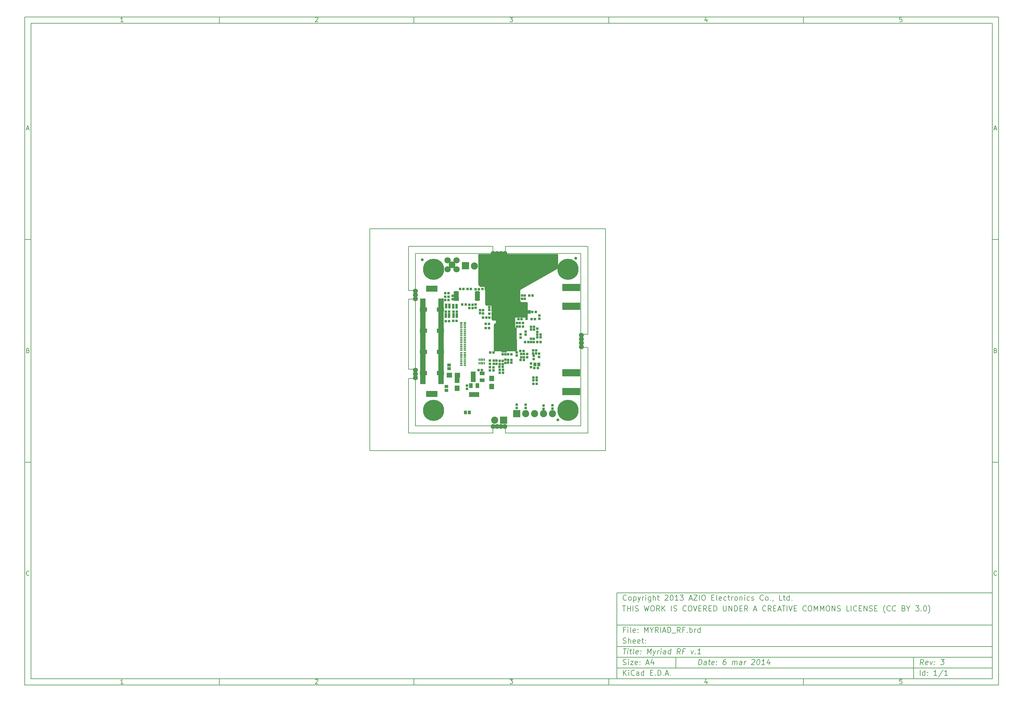
<source format=gbs>
G04 (created by PCBNEW (2013-05-31 BZR 4019)-stable) date 06/03/2014 18:54:47*
%MOIN*%
G04 Gerber Fmt 3.4, Leading zero omitted, Abs format*
%FSLAX34Y34*%
G01*
G70*
G90*
G04 APERTURE LIST*
%ADD10C,0.00590551*%
%ADD11C,0.0077*%
%ADD12C,0.0554*%
%ADD13C,0.0357*%
%ADD14R,0.055X0.0588*%
%ADD15R,0.0253X0.0273*%
%ADD16R,0.0273X0.0253*%
%ADD17R,0.0392X0.0353*%
%ADD18R,0.0353X0.0392*%
%ADD19R,0.0273X0.0273*%
%ADD20R,0.0588X0.055*%
%ADD21C,0.2365*%
%ADD22R,0.2049X0.0789*%
%ADD23C,0.071*%
%ADD24C,0.075*%
%ADD25C,0.0797*%
%ADD26C,0.0675*%
%ADD27R,0.0797X0.0797*%
%ADD28R,0.0594X0.0338*%
%ADD29O,0.0594X0.0338*%
%ADD30O,0.0594X0.0337*%
%ADD31R,0.0543X0.0425*%
%ADD32R,0.0425X0.0543*%
%ADD33R,0.0632X0.0317*%
%ADD34R,0.0789X0.0475*%
%ADD35R,0.1298X0.0707*%
%ADD36R,0.0633X0.0318*%
%ADD37O,0.0273X0.0155*%
%ADD38R,0.0273X0.0155*%
%ADD39O,0.0155X0.0273*%
%ADD40R,0.0155X0.0273*%
%ADD41C,0.0314961*%
%ADD42C,0.01*%
G04 APERTURE END LIST*
G54D10*
X4000Y-4000D02*
X112930Y-4000D01*
X112930Y-78680D01*
X4000Y-78680D01*
X4000Y-4000D01*
X4700Y-4700D02*
X112230Y-4700D01*
X112230Y-77980D01*
X4700Y-77980D01*
X4700Y-4700D01*
X25780Y-4000D02*
X25780Y-4700D01*
X15032Y-4552D02*
X14747Y-4552D01*
X14890Y-4552D02*
X14890Y-4052D01*
X14842Y-4123D01*
X14794Y-4171D01*
X14747Y-4195D01*
X25780Y-78680D02*
X25780Y-77980D01*
X15032Y-78532D02*
X14747Y-78532D01*
X14890Y-78532D02*
X14890Y-78032D01*
X14842Y-78103D01*
X14794Y-78151D01*
X14747Y-78175D01*
X47560Y-4000D02*
X47560Y-4700D01*
X36527Y-4100D02*
X36550Y-4076D01*
X36598Y-4052D01*
X36717Y-4052D01*
X36765Y-4076D01*
X36789Y-4100D01*
X36812Y-4147D01*
X36812Y-4195D01*
X36789Y-4266D01*
X36503Y-4552D01*
X36812Y-4552D01*
X47560Y-78680D02*
X47560Y-77980D01*
X36527Y-78080D02*
X36550Y-78056D01*
X36598Y-78032D01*
X36717Y-78032D01*
X36765Y-78056D01*
X36789Y-78080D01*
X36812Y-78127D01*
X36812Y-78175D01*
X36789Y-78246D01*
X36503Y-78532D01*
X36812Y-78532D01*
X69340Y-4000D02*
X69340Y-4700D01*
X58283Y-4052D02*
X58592Y-4052D01*
X58426Y-4242D01*
X58497Y-4242D01*
X58545Y-4266D01*
X58569Y-4290D01*
X58592Y-4338D01*
X58592Y-4457D01*
X58569Y-4504D01*
X58545Y-4528D01*
X58497Y-4552D01*
X58354Y-4552D01*
X58307Y-4528D01*
X58283Y-4504D01*
X69340Y-78680D02*
X69340Y-77980D01*
X58283Y-78032D02*
X58592Y-78032D01*
X58426Y-78222D01*
X58497Y-78222D01*
X58545Y-78246D01*
X58569Y-78270D01*
X58592Y-78318D01*
X58592Y-78437D01*
X58569Y-78484D01*
X58545Y-78508D01*
X58497Y-78532D01*
X58354Y-78532D01*
X58307Y-78508D01*
X58283Y-78484D01*
X91120Y-4000D02*
X91120Y-4700D01*
X80325Y-4219D02*
X80325Y-4552D01*
X80206Y-4028D02*
X80087Y-4385D01*
X80396Y-4385D01*
X91120Y-78680D02*
X91120Y-77980D01*
X80325Y-78199D02*
X80325Y-78532D01*
X80206Y-78008D02*
X80087Y-78365D01*
X80396Y-78365D01*
X102129Y-4052D02*
X101890Y-4052D01*
X101867Y-4290D01*
X101890Y-4266D01*
X101938Y-4242D01*
X102057Y-4242D01*
X102105Y-4266D01*
X102129Y-4290D01*
X102152Y-4338D01*
X102152Y-4457D01*
X102129Y-4504D01*
X102105Y-4528D01*
X102057Y-4552D01*
X101938Y-4552D01*
X101890Y-4528D01*
X101867Y-4504D01*
X102129Y-78032D02*
X101890Y-78032D01*
X101867Y-78270D01*
X101890Y-78246D01*
X101938Y-78222D01*
X102057Y-78222D01*
X102105Y-78246D01*
X102129Y-78270D01*
X102152Y-78318D01*
X102152Y-78437D01*
X102129Y-78484D01*
X102105Y-78508D01*
X102057Y-78532D01*
X101938Y-78532D01*
X101890Y-78508D01*
X101867Y-78484D01*
X4000Y-28890D02*
X4700Y-28890D01*
X4230Y-16509D02*
X4469Y-16509D01*
X4183Y-16652D02*
X4350Y-16152D01*
X4516Y-16652D01*
X112930Y-28890D02*
X112230Y-28890D01*
X112460Y-16509D02*
X112699Y-16509D01*
X112413Y-16652D02*
X112580Y-16152D01*
X112746Y-16652D01*
X4000Y-53780D02*
X4700Y-53780D01*
X4385Y-41280D02*
X4457Y-41304D01*
X4480Y-41328D01*
X4504Y-41375D01*
X4504Y-41447D01*
X4480Y-41494D01*
X4457Y-41518D01*
X4409Y-41542D01*
X4219Y-41542D01*
X4219Y-41042D01*
X4385Y-41042D01*
X4433Y-41066D01*
X4457Y-41090D01*
X4480Y-41137D01*
X4480Y-41185D01*
X4457Y-41232D01*
X4433Y-41256D01*
X4385Y-41280D01*
X4219Y-41280D01*
X112930Y-53780D02*
X112230Y-53780D01*
X112615Y-41280D02*
X112687Y-41304D01*
X112710Y-41328D01*
X112734Y-41375D01*
X112734Y-41447D01*
X112710Y-41494D01*
X112687Y-41518D01*
X112639Y-41542D01*
X112449Y-41542D01*
X112449Y-41042D01*
X112615Y-41042D01*
X112663Y-41066D01*
X112687Y-41090D01*
X112710Y-41137D01*
X112710Y-41185D01*
X112687Y-41232D01*
X112663Y-41256D01*
X112615Y-41280D01*
X112449Y-41280D01*
X4504Y-66384D02*
X4480Y-66408D01*
X4409Y-66432D01*
X4361Y-66432D01*
X4290Y-66408D01*
X4242Y-66360D01*
X4219Y-66313D01*
X4195Y-66218D01*
X4195Y-66146D01*
X4219Y-66051D01*
X4242Y-66003D01*
X4290Y-65956D01*
X4361Y-65932D01*
X4409Y-65932D01*
X4480Y-65956D01*
X4504Y-65980D01*
X112734Y-66384D02*
X112710Y-66408D01*
X112639Y-66432D01*
X112591Y-66432D01*
X112520Y-66408D01*
X112472Y-66360D01*
X112449Y-66313D01*
X112425Y-66218D01*
X112425Y-66146D01*
X112449Y-66051D01*
X112472Y-66003D01*
X112520Y-65956D01*
X112591Y-65932D01*
X112639Y-65932D01*
X112710Y-65956D01*
X112734Y-65980D01*
X79380Y-76422D02*
X79455Y-75822D01*
X79597Y-75822D01*
X79680Y-75851D01*
X79730Y-75908D01*
X79751Y-75965D01*
X79765Y-76080D01*
X79755Y-76165D01*
X79712Y-76280D01*
X79676Y-76337D01*
X79612Y-76394D01*
X79522Y-76422D01*
X79380Y-76422D01*
X80237Y-76422D02*
X80276Y-76108D01*
X80255Y-76051D01*
X80201Y-76022D01*
X80087Y-76022D01*
X80026Y-76051D01*
X80240Y-76394D02*
X80180Y-76422D01*
X80037Y-76422D01*
X79983Y-76394D01*
X79962Y-76337D01*
X79969Y-76280D01*
X80005Y-76222D01*
X80065Y-76194D01*
X80208Y-76194D01*
X80269Y-76165D01*
X80487Y-76022D02*
X80715Y-76022D01*
X80597Y-75822D02*
X80533Y-76337D01*
X80555Y-76394D01*
X80608Y-76422D01*
X80665Y-76422D01*
X81097Y-76394D02*
X81037Y-76422D01*
X80922Y-76422D01*
X80869Y-76394D01*
X80847Y-76337D01*
X80876Y-76108D01*
X80912Y-76051D01*
X80972Y-76022D01*
X81087Y-76022D01*
X81140Y-76051D01*
X81162Y-76108D01*
X81155Y-76165D01*
X80862Y-76222D01*
X81387Y-76365D02*
X81412Y-76394D01*
X81380Y-76422D01*
X81355Y-76394D01*
X81387Y-76365D01*
X81380Y-76422D01*
X81426Y-76051D02*
X81451Y-76080D01*
X81419Y-76108D01*
X81394Y-76080D01*
X81426Y-76051D01*
X81419Y-76108D01*
X82455Y-75822D02*
X82340Y-75822D01*
X82279Y-75851D01*
X82247Y-75880D01*
X82180Y-75965D01*
X82137Y-76080D01*
X82108Y-76308D01*
X82130Y-76365D01*
X82155Y-76394D01*
X82208Y-76422D01*
X82322Y-76422D01*
X82383Y-76394D01*
X82415Y-76365D01*
X82451Y-76308D01*
X82469Y-76165D01*
X82447Y-76108D01*
X82422Y-76080D01*
X82369Y-76051D01*
X82254Y-76051D01*
X82194Y-76080D01*
X82162Y-76108D01*
X82126Y-76165D01*
X83151Y-76422D02*
X83201Y-76022D01*
X83194Y-76080D02*
X83226Y-76051D01*
X83287Y-76022D01*
X83372Y-76022D01*
X83426Y-76051D01*
X83447Y-76108D01*
X83408Y-76422D01*
X83447Y-76108D02*
X83483Y-76051D01*
X83544Y-76022D01*
X83630Y-76022D01*
X83683Y-76051D01*
X83705Y-76108D01*
X83665Y-76422D01*
X84208Y-76422D02*
X84247Y-76108D01*
X84226Y-76051D01*
X84172Y-76022D01*
X84058Y-76022D01*
X83997Y-76051D01*
X84212Y-76394D02*
X84151Y-76422D01*
X84008Y-76422D01*
X83955Y-76394D01*
X83933Y-76337D01*
X83940Y-76280D01*
X83976Y-76222D01*
X84037Y-76194D01*
X84180Y-76194D01*
X84240Y-76165D01*
X84494Y-76422D02*
X84544Y-76022D01*
X84530Y-76137D02*
X84565Y-76080D01*
X84597Y-76051D01*
X84658Y-76022D01*
X84715Y-76022D01*
X85362Y-75880D02*
X85394Y-75851D01*
X85455Y-75822D01*
X85597Y-75822D01*
X85651Y-75851D01*
X85676Y-75880D01*
X85697Y-75937D01*
X85690Y-75994D01*
X85651Y-76080D01*
X85265Y-76422D01*
X85637Y-76422D01*
X86083Y-75822D02*
X86140Y-75822D01*
X86194Y-75851D01*
X86219Y-75880D01*
X86240Y-75937D01*
X86255Y-76051D01*
X86237Y-76194D01*
X86194Y-76308D01*
X86158Y-76365D01*
X86126Y-76394D01*
X86065Y-76422D01*
X86008Y-76422D01*
X85955Y-76394D01*
X85930Y-76365D01*
X85908Y-76308D01*
X85894Y-76194D01*
X85912Y-76051D01*
X85955Y-75937D01*
X85990Y-75880D01*
X86022Y-75851D01*
X86083Y-75822D01*
X86780Y-76422D02*
X86437Y-76422D01*
X86608Y-76422D02*
X86683Y-75822D01*
X86615Y-75908D01*
X86551Y-75965D01*
X86490Y-75994D01*
X87344Y-76022D02*
X87294Y-76422D01*
X87230Y-75794D02*
X87033Y-76222D01*
X87405Y-76222D01*
X70972Y-77622D02*
X70972Y-77022D01*
X71315Y-77622D02*
X71058Y-77280D01*
X71315Y-77022D02*
X70972Y-77365D01*
X71572Y-77622D02*
X71572Y-77222D01*
X71572Y-77022D02*
X71544Y-77051D01*
X71572Y-77080D01*
X71601Y-77051D01*
X71572Y-77022D01*
X71572Y-77080D01*
X72201Y-77565D02*
X72172Y-77594D01*
X72087Y-77622D01*
X72030Y-77622D01*
X71944Y-77594D01*
X71887Y-77537D01*
X71858Y-77480D01*
X71830Y-77365D01*
X71830Y-77280D01*
X71858Y-77165D01*
X71887Y-77108D01*
X71944Y-77051D01*
X72030Y-77022D01*
X72087Y-77022D01*
X72172Y-77051D01*
X72201Y-77080D01*
X72715Y-77622D02*
X72715Y-77308D01*
X72687Y-77251D01*
X72630Y-77222D01*
X72515Y-77222D01*
X72458Y-77251D01*
X72715Y-77594D02*
X72658Y-77622D01*
X72515Y-77622D01*
X72458Y-77594D01*
X72430Y-77537D01*
X72430Y-77480D01*
X72458Y-77422D01*
X72515Y-77394D01*
X72658Y-77394D01*
X72715Y-77365D01*
X73258Y-77622D02*
X73258Y-77022D01*
X73258Y-77594D02*
X73201Y-77622D01*
X73087Y-77622D01*
X73030Y-77594D01*
X73001Y-77565D01*
X72972Y-77508D01*
X72972Y-77337D01*
X73001Y-77280D01*
X73030Y-77251D01*
X73087Y-77222D01*
X73201Y-77222D01*
X73258Y-77251D01*
X74001Y-77308D02*
X74201Y-77308D01*
X74287Y-77622D02*
X74001Y-77622D01*
X74001Y-77022D01*
X74287Y-77022D01*
X74544Y-77565D02*
X74572Y-77594D01*
X74544Y-77622D01*
X74515Y-77594D01*
X74544Y-77565D01*
X74544Y-77622D01*
X74829Y-77622D02*
X74829Y-77022D01*
X74972Y-77022D01*
X75058Y-77051D01*
X75115Y-77108D01*
X75144Y-77165D01*
X75172Y-77280D01*
X75172Y-77365D01*
X75144Y-77480D01*
X75115Y-77537D01*
X75058Y-77594D01*
X74972Y-77622D01*
X74829Y-77622D01*
X75429Y-77565D02*
X75458Y-77594D01*
X75429Y-77622D01*
X75401Y-77594D01*
X75429Y-77565D01*
X75429Y-77622D01*
X75687Y-77451D02*
X75972Y-77451D01*
X75629Y-77622D02*
X75829Y-77022D01*
X76029Y-77622D01*
X76229Y-77565D02*
X76258Y-77594D01*
X76229Y-77622D01*
X76201Y-77594D01*
X76229Y-77565D01*
X76229Y-77622D01*
X104522Y-76422D02*
X104358Y-76137D01*
X104180Y-76422D02*
X104255Y-75822D01*
X104483Y-75822D01*
X104537Y-75851D01*
X104562Y-75880D01*
X104583Y-75937D01*
X104572Y-76022D01*
X104537Y-76080D01*
X104505Y-76108D01*
X104444Y-76137D01*
X104215Y-76137D01*
X105012Y-76394D02*
X104951Y-76422D01*
X104837Y-76422D01*
X104783Y-76394D01*
X104762Y-76337D01*
X104790Y-76108D01*
X104826Y-76051D01*
X104887Y-76022D01*
X105001Y-76022D01*
X105055Y-76051D01*
X105076Y-76108D01*
X105069Y-76165D01*
X104776Y-76222D01*
X105287Y-76022D02*
X105380Y-76422D01*
X105572Y-76022D01*
X105758Y-76365D02*
X105783Y-76394D01*
X105751Y-76422D01*
X105726Y-76394D01*
X105758Y-76365D01*
X105751Y-76422D01*
X105797Y-76051D02*
X105822Y-76080D01*
X105790Y-76108D01*
X105765Y-76080D01*
X105797Y-76051D01*
X105790Y-76108D01*
X106512Y-75822D02*
X106883Y-75822D01*
X106655Y-76051D01*
X106740Y-76051D01*
X106794Y-76080D01*
X106819Y-76108D01*
X106840Y-76165D01*
X106822Y-76308D01*
X106787Y-76365D01*
X106755Y-76394D01*
X106694Y-76422D01*
X106522Y-76422D01*
X106469Y-76394D01*
X106444Y-76365D01*
X70944Y-76394D02*
X71030Y-76422D01*
X71172Y-76422D01*
X71230Y-76394D01*
X71258Y-76365D01*
X71287Y-76308D01*
X71287Y-76251D01*
X71258Y-76194D01*
X71230Y-76165D01*
X71172Y-76137D01*
X71058Y-76108D01*
X71001Y-76080D01*
X70972Y-76051D01*
X70944Y-75994D01*
X70944Y-75937D01*
X70972Y-75880D01*
X71001Y-75851D01*
X71058Y-75822D01*
X71201Y-75822D01*
X71287Y-75851D01*
X71544Y-76422D02*
X71544Y-76022D01*
X71544Y-75822D02*
X71515Y-75851D01*
X71544Y-75880D01*
X71572Y-75851D01*
X71544Y-75822D01*
X71544Y-75880D01*
X71772Y-76022D02*
X72087Y-76022D01*
X71772Y-76422D01*
X72087Y-76422D01*
X72544Y-76394D02*
X72487Y-76422D01*
X72372Y-76422D01*
X72315Y-76394D01*
X72287Y-76337D01*
X72287Y-76108D01*
X72315Y-76051D01*
X72372Y-76022D01*
X72487Y-76022D01*
X72544Y-76051D01*
X72572Y-76108D01*
X72572Y-76165D01*
X72287Y-76222D01*
X72830Y-76365D02*
X72858Y-76394D01*
X72830Y-76422D01*
X72801Y-76394D01*
X72830Y-76365D01*
X72830Y-76422D01*
X72830Y-76051D02*
X72858Y-76080D01*
X72830Y-76108D01*
X72801Y-76080D01*
X72830Y-76051D01*
X72830Y-76108D01*
X73544Y-76251D02*
X73830Y-76251D01*
X73487Y-76422D02*
X73687Y-75822D01*
X73887Y-76422D01*
X74344Y-76022D02*
X74344Y-76422D01*
X74201Y-75794D02*
X74058Y-76222D01*
X74430Y-76222D01*
X104172Y-77622D02*
X104172Y-77022D01*
X104715Y-77622D02*
X104715Y-77022D01*
X104715Y-77594D02*
X104658Y-77622D01*
X104544Y-77622D01*
X104487Y-77594D01*
X104458Y-77565D01*
X104430Y-77508D01*
X104430Y-77337D01*
X104458Y-77280D01*
X104487Y-77251D01*
X104544Y-77222D01*
X104658Y-77222D01*
X104715Y-77251D01*
X105001Y-77565D02*
X105030Y-77594D01*
X105001Y-77622D01*
X104972Y-77594D01*
X105001Y-77565D01*
X105001Y-77622D01*
X105001Y-77251D02*
X105030Y-77280D01*
X105001Y-77308D01*
X104972Y-77280D01*
X105001Y-77251D01*
X105001Y-77308D01*
X106058Y-77622D02*
X105715Y-77622D01*
X105887Y-77622D02*
X105887Y-77022D01*
X105829Y-77108D01*
X105772Y-77165D01*
X105715Y-77194D01*
X106744Y-76994D02*
X106230Y-77765D01*
X107258Y-77622D02*
X106915Y-77622D01*
X107087Y-77622D02*
X107087Y-77022D01*
X107029Y-77108D01*
X106972Y-77165D01*
X106915Y-77194D01*
X70969Y-74622D02*
X71312Y-74622D01*
X71065Y-75222D02*
X71140Y-74622D01*
X71437Y-75222D02*
X71487Y-74822D01*
X71512Y-74622D02*
X71480Y-74651D01*
X71505Y-74680D01*
X71537Y-74651D01*
X71512Y-74622D01*
X71505Y-74680D01*
X71687Y-74822D02*
X71915Y-74822D01*
X71797Y-74622D02*
X71733Y-75137D01*
X71755Y-75194D01*
X71808Y-75222D01*
X71865Y-75222D01*
X72151Y-75222D02*
X72097Y-75194D01*
X72076Y-75137D01*
X72140Y-74622D01*
X72612Y-75194D02*
X72551Y-75222D01*
X72437Y-75222D01*
X72383Y-75194D01*
X72362Y-75137D01*
X72390Y-74908D01*
X72426Y-74851D01*
X72487Y-74822D01*
X72601Y-74822D01*
X72655Y-74851D01*
X72676Y-74908D01*
X72669Y-74965D01*
X72376Y-75022D01*
X72901Y-75165D02*
X72926Y-75194D01*
X72894Y-75222D01*
X72869Y-75194D01*
X72901Y-75165D01*
X72894Y-75222D01*
X72940Y-74851D02*
X72965Y-74880D01*
X72933Y-74908D01*
X72908Y-74880D01*
X72940Y-74851D01*
X72933Y-74908D01*
X73637Y-75222D02*
X73712Y-74622D01*
X73858Y-75051D01*
X74112Y-74622D01*
X74037Y-75222D01*
X74315Y-74822D02*
X74408Y-75222D01*
X74601Y-74822D02*
X74408Y-75222D01*
X74333Y-75365D01*
X74301Y-75394D01*
X74240Y-75422D01*
X74780Y-75222D02*
X74830Y-74822D01*
X74815Y-74937D02*
X74851Y-74880D01*
X74883Y-74851D01*
X74944Y-74822D01*
X75001Y-74822D01*
X75151Y-75222D02*
X75201Y-74822D01*
X75226Y-74622D02*
X75194Y-74651D01*
X75219Y-74680D01*
X75251Y-74651D01*
X75226Y-74622D01*
X75219Y-74680D01*
X75694Y-75222D02*
X75733Y-74908D01*
X75712Y-74851D01*
X75658Y-74822D01*
X75544Y-74822D01*
X75483Y-74851D01*
X75697Y-75194D02*
X75637Y-75222D01*
X75494Y-75222D01*
X75440Y-75194D01*
X75419Y-75137D01*
X75426Y-75080D01*
X75462Y-75022D01*
X75522Y-74994D01*
X75665Y-74994D01*
X75726Y-74965D01*
X76237Y-75222D02*
X76312Y-74622D01*
X76240Y-75194D02*
X76180Y-75222D01*
X76065Y-75222D01*
X76012Y-75194D01*
X75987Y-75165D01*
X75965Y-75108D01*
X75987Y-74937D01*
X76022Y-74880D01*
X76055Y-74851D01*
X76115Y-74822D01*
X76230Y-74822D01*
X76283Y-74851D01*
X77322Y-75222D02*
X77158Y-74937D01*
X76980Y-75222D02*
X77055Y-74622D01*
X77283Y-74622D01*
X77337Y-74651D01*
X77362Y-74680D01*
X77383Y-74737D01*
X77372Y-74822D01*
X77337Y-74880D01*
X77305Y-74908D01*
X77244Y-74937D01*
X77015Y-74937D01*
X77819Y-74908D02*
X77619Y-74908D01*
X77580Y-75222D02*
X77655Y-74622D01*
X77940Y-74622D01*
X78544Y-74822D02*
X78637Y-75222D01*
X78830Y-74822D01*
X79015Y-75165D02*
X79040Y-75194D01*
X79008Y-75222D01*
X78983Y-75194D01*
X79015Y-75165D01*
X79008Y-75222D01*
X79608Y-75222D02*
X79265Y-75222D01*
X79437Y-75222D02*
X79512Y-74622D01*
X79444Y-74708D01*
X79380Y-74765D01*
X79319Y-74794D01*
X71172Y-72508D02*
X70972Y-72508D01*
X70972Y-72822D02*
X70972Y-72222D01*
X71258Y-72222D01*
X71487Y-72822D02*
X71487Y-72422D01*
X71487Y-72222D02*
X71458Y-72251D01*
X71487Y-72280D01*
X71515Y-72251D01*
X71487Y-72222D01*
X71487Y-72280D01*
X71858Y-72822D02*
X71801Y-72794D01*
X71772Y-72737D01*
X71772Y-72222D01*
X72315Y-72794D02*
X72258Y-72822D01*
X72144Y-72822D01*
X72087Y-72794D01*
X72058Y-72737D01*
X72058Y-72508D01*
X72087Y-72451D01*
X72144Y-72422D01*
X72258Y-72422D01*
X72315Y-72451D01*
X72344Y-72508D01*
X72344Y-72565D01*
X72058Y-72622D01*
X72601Y-72765D02*
X72630Y-72794D01*
X72601Y-72822D01*
X72572Y-72794D01*
X72601Y-72765D01*
X72601Y-72822D01*
X72601Y-72451D02*
X72630Y-72480D01*
X72601Y-72508D01*
X72572Y-72480D01*
X72601Y-72451D01*
X72601Y-72508D01*
X73344Y-72822D02*
X73344Y-72222D01*
X73544Y-72651D01*
X73744Y-72222D01*
X73744Y-72822D01*
X74144Y-72537D02*
X74144Y-72822D01*
X73944Y-72222D02*
X74144Y-72537D01*
X74344Y-72222D01*
X74887Y-72822D02*
X74687Y-72537D01*
X74544Y-72822D02*
X74544Y-72222D01*
X74772Y-72222D01*
X74830Y-72251D01*
X74858Y-72280D01*
X74887Y-72337D01*
X74887Y-72422D01*
X74858Y-72480D01*
X74830Y-72508D01*
X74772Y-72537D01*
X74544Y-72537D01*
X75144Y-72822D02*
X75144Y-72222D01*
X75401Y-72651D02*
X75687Y-72651D01*
X75344Y-72822D02*
X75544Y-72222D01*
X75744Y-72822D01*
X75944Y-72822D02*
X75944Y-72222D01*
X76087Y-72222D01*
X76172Y-72251D01*
X76230Y-72308D01*
X76258Y-72365D01*
X76287Y-72480D01*
X76287Y-72565D01*
X76258Y-72680D01*
X76230Y-72737D01*
X76172Y-72794D01*
X76087Y-72822D01*
X75944Y-72822D01*
X76401Y-72880D02*
X76858Y-72880D01*
X77344Y-72822D02*
X77144Y-72537D01*
X77001Y-72822D02*
X77001Y-72222D01*
X77230Y-72222D01*
X77287Y-72251D01*
X77315Y-72280D01*
X77344Y-72337D01*
X77344Y-72422D01*
X77315Y-72480D01*
X77287Y-72508D01*
X77230Y-72537D01*
X77001Y-72537D01*
X77801Y-72508D02*
X77601Y-72508D01*
X77601Y-72822D02*
X77601Y-72222D01*
X77887Y-72222D01*
X78115Y-72765D02*
X78144Y-72794D01*
X78115Y-72822D01*
X78087Y-72794D01*
X78115Y-72765D01*
X78115Y-72822D01*
X78401Y-72822D02*
X78401Y-72222D01*
X78401Y-72451D02*
X78458Y-72422D01*
X78572Y-72422D01*
X78630Y-72451D01*
X78658Y-72480D01*
X78687Y-72537D01*
X78687Y-72708D01*
X78658Y-72765D01*
X78630Y-72794D01*
X78572Y-72822D01*
X78458Y-72822D01*
X78401Y-72794D01*
X78944Y-72822D02*
X78944Y-72422D01*
X78944Y-72537D02*
X78972Y-72480D01*
X79001Y-72451D01*
X79058Y-72422D01*
X79115Y-72422D01*
X79572Y-72822D02*
X79572Y-72222D01*
X79572Y-72794D02*
X79515Y-72822D01*
X79401Y-72822D01*
X79344Y-72794D01*
X79315Y-72765D01*
X79287Y-72708D01*
X79287Y-72537D01*
X79315Y-72480D01*
X79344Y-72451D01*
X79401Y-72422D01*
X79515Y-72422D01*
X79572Y-72451D01*
X70944Y-73994D02*
X71030Y-74022D01*
X71172Y-74022D01*
X71230Y-73994D01*
X71258Y-73965D01*
X71287Y-73908D01*
X71287Y-73851D01*
X71258Y-73794D01*
X71230Y-73765D01*
X71172Y-73737D01*
X71058Y-73708D01*
X71001Y-73680D01*
X70972Y-73651D01*
X70944Y-73594D01*
X70944Y-73537D01*
X70972Y-73480D01*
X71001Y-73451D01*
X71058Y-73422D01*
X71201Y-73422D01*
X71287Y-73451D01*
X71544Y-74022D02*
X71544Y-73422D01*
X71801Y-74022D02*
X71801Y-73708D01*
X71772Y-73651D01*
X71715Y-73622D01*
X71630Y-73622D01*
X71572Y-73651D01*
X71544Y-73680D01*
X72315Y-73994D02*
X72258Y-74022D01*
X72144Y-74022D01*
X72087Y-73994D01*
X72058Y-73937D01*
X72058Y-73708D01*
X72087Y-73651D01*
X72144Y-73622D01*
X72258Y-73622D01*
X72315Y-73651D01*
X72344Y-73708D01*
X72344Y-73765D01*
X72058Y-73822D01*
X72830Y-73994D02*
X72772Y-74022D01*
X72658Y-74022D01*
X72601Y-73994D01*
X72572Y-73937D01*
X72572Y-73708D01*
X72601Y-73651D01*
X72658Y-73622D01*
X72772Y-73622D01*
X72830Y-73651D01*
X72858Y-73708D01*
X72858Y-73765D01*
X72572Y-73822D01*
X73030Y-73622D02*
X73258Y-73622D01*
X73115Y-73422D02*
X73115Y-73937D01*
X73144Y-73994D01*
X73201Y-74022D01*
X73258Y-74022D01*
X73458Y-73965D02*
X73487Y-73994D01*
X73458Y-74022D01*
X73430Y-73994D01*
X73458Y-73965D01*
X73458Y-74022D01*
X73458Y-73651D02*
X73487Y-73680D01*
X73458Y-73708D01*
X73430Y-73680D01*
X73458Y-73651D01*
X73458Y-73708D01*
X70887Y-69822D02*
X71230Y-69822D01*
X71058Y-70422D02*
X71058Y-69822D01*
X71430Y-70422D02*
X71430Y-69822D01*
X71430Y-70108D02*
X71772Y-70108D01*
X71772Y-70422D02*
X71772Y-69822D01*
X72058Y-70422D02*
X72058Y-69822D01*
X72315Y-70394D02*
X72401Y-70422D01*
X72544Y-70422D01*
X72601Y-70394D01*
X72629Y-70365D01*
X72658Y-70308D01*
X72658Y-70251D01*
X72629Y-70194D01*
X72601Y-70165D01*
X72544Y-70137D01*
X72429Y-70108D01*
X72372Y-70080D01*
X72344Y-70051D01*
X72315Y-69994D01*
X72315Y-69937D01*
X72344Y-69880D01*
X72372Y-69851D01*
X72429Y-69822D01*
X72572Y-69822D01*
X72658Y-69851D01*
X73315Y-69822D02*
X73458Y-70422D01*
X73572Y-69994D01*
X73687Y-70422D01*
X73830Y-69822D01*
X74172Y-69822D02*
X74287Y-69822D01*
X74344Y-69851D01*
X74401Y-69908D01*
X74430Y-70022D01*
X74430Y-70222D01*
X74401Y-70337D01*
X74344Y-70394D01*
X74287Y-70422D01*
X74172Y-70422D01*
X74115Y-70394D01*
X74058Y-70337D01*
X74030Y-70222D01*
X74030Y-70022D01*
X74058Y-69908D01*
X74115Y-69851D01*
X74172Y-69822D01*
X75029Y-70422D02*
X74829Y-70137D01*
X74687Y-70422D02*
X74687Y-69822D01*
X74915Y-69822D01*
X74972Y-69851D01*
X75001Y-69880D01*
X75029Y-69937D01*
X75029Y-70022D01*
X75001Y-70080D01*
X74972Y-70108D01*
X74915Y-70137D01*
X74687Y-70137D01*
X75287Y-70422D02*
X75287Y-69822D01*
X75629Y-70422D02*
X75372Y-70080D01*
X75629Y-69822D02*
X75287Y-70165D01*
X76344Y-70422D02*
X76344Y-69822D01*
X76601Y-70394D02*
X76687Y-70422D01*
X76829Y-70422D01*
X76887Y-70394D01*
X76915Y-70365D01*
X76944Y-70308D01*
X76944Y-70251D01*
X76915Y-70194D01*
X76887Y-70165D01*
X76829Y-70137D01*
X76715Y-70108D01*
X76658Y-70080D01*
X76629Y-70051D01*
X76601Y-69994D01*
X76601Y-69937D01*
X76629Y-69880D01*
X76658Y-69851D01*
X76715Y-69822D01*
X76858Y-69822D01*
X76944Y-69851D01*
X78001Y-70365D02*
X77972Y-70394D01*
X77887Y-70422D01*
X77830Y-70422D01*
X77744Y-70394D01*
X77687Y-70337D01*
X77658Y-70280D01*
X77630Y-70165D01*
X77630Y-70080D01*
X77658Y-69965D01*
X77687Y-69908D01*
X77744Y-69851D01*
X77830Y-69822D01*
X77887Y-69822D01*
X77972Y-69851D01*
X78001Y-69880D01*
X78372Y-69822D02*
X78487Y-69822D01*
X78544Y-69851D01*
X78601Y-69908D01*
X78630Y-70022D01*
X78630Y-70222D01*
X78601Y-70337D01*
X78544Y-70394D01*
X78487Y-70422D01*
X78372Y-70422D01*
X78315Y-70394D01*
X78258Y-70337D01*
X78230Y-70222D01*
X78230Y-70022D01*
X78258Y-69908D01*
X78315Y-69851D01*
X78372Y-69822D01*
X78801Y-69822D02*
X79001Y-70422D01*
X79201Y-69822D01*
X79401Y-70108D02*
X79601Y-70108D01*
X79687Y-70422D02*
X79401Y-70422D01*
X79401Y-69822D01*
X79687Y-69822D01*
X80287Y-70422D02*
X80087Y-70137D01*
X79944Y-70422D02*
X79944Y-69822D01*
X80172Y-69822D01*
X80229Y-69851D01*
X80258Y-69880D01*
X80287Y-69937D01*
X80287Y-70022D01*
X80258Y-70080D01*
X80229Y-70108D01*
X80172Y-70137D01*
X79944Y-70137D01*
X80544Y-70108D02*
X80744Y-70108D01*
X80829Y-70422D02*
X80544Y-70422D01*
X80544Y-69822D01*
X80829Y-69822D01*
X81087Y-70422D02*
X81087Y-69822D01*
X81229Y-69822D01*
X81315Y-69851D01*
X81372Y-69908D01*
X81401Y-69965D01*
X81429Y-70080D01*
X81429Y-70165D01*
X81401Y-70280D01*
X81372Y-70337D01*
X81315Y-70394D01*
X81229Y-70422D01*
X81087Y-70422D01*
X82144Y-69822D02*
X82144Y-70308D01*
X82172Y-70365D01*
X82201Y-70394D01*
X82258Y-70422D01*
X82372Y-70422D01*
X82429Y-70394D01*
X82458Y-70365D01*
X82487Y-70308D01*
X82487Y-69822D01*
X82772Y-70422D02*
X82772Y-69822D01*
X83115Y-70422D01*
X83115Y-69822D01*
X83401Y-70422D02*
X83401Y-69822D01*
X83544Y-69822D01*
X83629Y-69851D01*
X83687Y-69908D01*
X83715Y-69965D01*
X83744Y-70080D01*
X83744Y-70165D01*
X83715Y-70280D01*
X83687Y-70337D01*
X83629Y-70394D01*
X83544Y-70422D01*
X83401Y-70422D01*
X84001Y-70108D02*
X84201Y-70108D01*
X84287Y-70422D02*
X84001Y-70422D01*
X84001Y-69822D01*
X84287Y-69822D01*
X84887Y-70422D02*
X84687Y-70137D01*
X84544Y-70422D02*
X84544Y-69822D01*
X84772Y-69822D01*
X84829Y-69851D01*
X84858Y-69880D01*
X84887Y-69937D01*
X84887Y-70022D01*
X84858Y-70080D01*
X84829Y-70108D01*
X84772Y-70137D01*
X84544Y-70137D01*
X85572Y-70251D02*
X85858Y-70251D01*
X85515Y-70422D02*
X85715Y-69822D01*
X85915Y-70422D01*
X86915Y-70365D02*
X86887Y-70394D01*
X86801Y-70422D01*
X86744Y-70422D01*
X86658Y-70394D01*
X86601Y-70337D01*
X86572Y-70280D01*
X86544Y-70165D01*
X86544Y-70080D01*
X86572Y-69965D01*
X86601Y-69908D01*
X86658Y-69851D01*
X86744Y-69822D01*
X86801Y-69822D01*
X86887Y-69851D01*
X86915Y-69880D01*
X87515Y-70422D02*
X87315Y-70137D01*
X87172Y-70422D02*
X87172Y-69822D01*
X87401Y-69822D01*
X87458Y-69851D01*
X87487Y-69880D01*
X87515Y-69937D01*
X87515Y-70022D01*
X87487Y-70080D01*
X87458Y-70108D01*
X87401Y-70137D01*
X87172Y-70137D01*
X87772Y-70108D02*
X87972Y-70108D01*
X88058Y-70422D02*
X87772Y-70422D01*
X87772Y-69822D01*
X88058Y-69822D01*
X88287Y-70251D02*
X88572Y-70251D01*
X88229Y-70422D02*
X88429Y-69822D01*
X88629Y-70422D01*
X88744Y-69822D02*
X89087Y-69822D01*
X88915Y-70422D02*
X88915Y-69822D01*
X89287Y-70422D02*
X89287Y-69822D01*
X89487Y-69822D02*
X89687Y-70422D01*
X89887Y-69822D01*
X90087Y-70108D02*
X90287Y-70108D01*
X90372Y-70422D02*
X90087Y-70422D01*
X90087Y-69822D01*
X90372Y-69822D01*
X91429Y-70365D02*
X91401Y-70394D01*
X91315Y-70422D01*
X91258Y-70422D01*
X91172Y-70394D01*
X91115Y-70337D01*
X91087Y-70280D01*
X91058Y-70165D01*
X91058Y-70080D01*
X91087Y-69965D01*
X91115Y-69908D01*
X91172Y-69851D01*
X91258Y-69822D01*
X91315Y-69822D01*
X91401Y-69851D01*
X91429Y-69880D01*
X91801Y-69822D02*
X91915Y-69822D01*
X91972Y-69851D01*
X92029Y-69908D01*
X92058Y-70022D01*
X92058Y-70222D01*
X92029Y-70337D01*
X91972Y-70394D01*
X91915Y-70422D01*
X91801Y-70422D01*
X91744Y-70394D01*
X91687Y-70337D01*
X91658Y-70222D01*
X91658Y-70022D01*
X91687Y-69908D01*
X91744Y-69851D01*
X91801Y-69822D01*
X92315Y-70422D02*
X92315Y-69822D01*
X92515Y-70251D01*
X92715Y-69822D01*
X92715Y-70422D01*
X93001Y-70422D02*
X93001Y-69822D01*
X93201Y-70251D01*
X93401Y-69822D01*
X93401Y-70422D01*
X93801Y-69822D02*
X93915Y-69822D01*
X93972Y-69851D01*
X94029Y-69908D01*
X94058Y-70022D01*
X94058Y-70222D01*
X94029Y-70337D01*
X93972Y-70394D01*
X93915Y-70422D01*
X93801Y-70422D01*
X93744Y-70394D01*
X93687Y-70337D01*
X93658Y-70222D01*
X93658Y-70022D01*
X93687Y-69908D01*
X93744Y-69851D01*
X93801Y-69822D01*
X94315Y-70422D02*
X94315Y-69822D01*
X94658Y-70422D01*
X94658Y-69822D01*
X94915Y-70394D02*
X95001Y-70422D01*
X95144Y-70422D01*
X95201Y-70394D01*
X95229Y-70365D01*
X95258Y-70308D01*
X95258Y-70251D01*
X95229Y-70194D01*
X95201Y-70165D01*
X95144Y-70137D01*
X95029Y-70108D01*
X94972Y-70080D01*
X94944Y-70051D01*
X94915Y-69994D01*
X94915Y-69937D01*
X94944Y-69880D01*
X94972Y-69851D01*
X95029Y-69822D01*
X95172Y-69822D01*
X95258Y-69851D01*
X96258Y-70422D02*
X95972Y-70422D01*
X95972Y-69822D01*
X96458Y-70422D02*
X96458Y-69822D01*
X97087Y-70365D02*
X97058Y-70394D01*
X96972Y-70422D01*
X96915Y-70422D01*
X96829Y-70394D01*
X96772Y-70337D01*
X96744Y-70280D01*
X96715Y-70165D01*
X96715Y-70080D01*
X96744Y-69965D01*
X96772Y-69908D01*
X96829Y-69851D01*
X96915Y-69822D01*
X96972Y-69822D01*
X97058Y-69851D01*
X97087Y-69880D01*
X97344Y-70108D02*
X97544Y-70108D01*
X97629Y-70422D02*
X97344Y-70422D01*
X97344Y-69822D01*
X97629Y-69822D01*
X97887Y-70422D02*
X97887Y-69822D01*
X98229Y-70422D01*
X98229Y-69822D01*
X98487Y-70394D02*
X98572Y-70422D01*
X98715Y-70422D01*
X98772Y-70394D01*
X98801Y-70365D01*
X98829Y-70308D01*
X98829Y-70251D01*
X98801Y-70194D01*
X98772Y-70165D01*
X98715Y-70137D01*
X98601Y-70108D01*
X98544Y-70080D01*
X98515Y-70051D01*
X98487Y-69994D01*
X98487Y-69937D01*
X98515Y-69880D01*
X98544Y-69851D01*
X98601Y-69822D01*
X98744Y-69822D01*
X98829Y-69851D01*
X99087Y-70108D02*
X99287Y-70108D01*
X99372Y-70422D02*
X99087Y-70422D01*
X99087Y-69822D01*
X99372Y-69822D01*
X100258Y-70651D02*
X100229Y-70622D01*
X100172Y-70537D01*
X100144Y-70480D01*
X100115Y-70394D01*
X100087Y-70251D01*
X100087Y-70137D01*
X100115Y-69994D01*
X100144Y-69908D01*
X100172Y-69851D01*
X100229Y-69765D01*
X100258Y-69737D01*
X100829Y-70365D02*
X100801Y-70394D01*
X100715Y-70422D01*
X100658Y-70422D01*
X100572Y-70394D01*
X100515Y-70337D01*
X100487Y-70280D01*
X100458Y-70165D01*
X100458Y-70080D01*
X100487Y-69965D01*
X100515Y-69908D01*
X100572Y-69851D01*
X100658Y-69822D01*
X100715Y-69822D01*
X100801Y-69851D01*
X100829Y-69880D01*
X101429Y-70365D02*
X101401Y-70394D01*
X101315Y-70422D01*
X101258Y-70422D01*
X101172Y-70394D01*
X101115Y-70337D01*
X101087Y-70280D01*
X101058Y-70165D01*
X101058Y-70080D01*
X101087Y-69965D01*
X101115Y-69908D01*
X101172Y-69851D01*
X101258Y-69822D01*
X101315Y-69822D01*
X101401Y-69851D01*
X101429Y-69880D01*
X102344Y-70108D02*
X102429Y-70137D01*
X102458Y-70165D01*
X102487Y-70222D01*
X102487Y-70308D01*
X102458Y-70365D01*
X102429Y-70394D01*
X102372Y-70422D01*
X102144Y-70422D01*
X102144Y-69822D01*
X102344Y-69822D01*
X102401Y-69851D01*
X102429Y-69880D01*
X102458Y-69937D01*
X102458Y-69994D01*
X102429Y-70051D01*
X102401Y-70080D01*
X102344Y-70108D01*
X102144Y-70108D01*
X102858Y-70137D02*
X102858Y-70422D01*
X102658Y-69822D02*
X102858Y-70137D01*
X103058Y-69822D01*
X103658Y-69822D02*
X104029Y-69822D01*
X103829Y-70051D01*
X103915Y-70051D01*
X103972Y-70080D01*
X104001Y-70108D01*
X104029Y-70165D01*
X104029Y-70308D01*
X104001Y-70365D01*
X103972Y-70394D01*
X103915Y-70422D01*
X103744Y-70422D01*
X103687Y-70394D01*
X103658Y-70365D01*
X104287Y-70365D02*
X104315Y-70394D01*
X104287Y-70422D01*
X104258Y-70394D01*
X104287Y-70365D01*
X104287Y-70422D01*
X104687Y-69822D02*
X104744Y-69822D01*
X104801Y-69851D01*
X104829Y-69880D01*
X104858Y-69937D01*
X104887Y-70051D01*
X104887Y-70194D01*
X104858Y-70308D01*
X104829Y-70365D01*
X104801Y-70394D01*
X104744Y-70422D01*
X104687Y-70422D01*
X104629Y-70394D01*
X104601Y-70365D01*
X104572Y-70308D01*
X104544Y-70194D01*
X104544Y-70051D01*
X104572Y-69937D01*
X104601Y-69880D01*
X104629Y-69851D01*
X104687Y-69822D01*
X105087Y-70651D02*
X105115Y-70622D01*
X105172Y-70537D01*
X105201Y-70480D01*
X105229Y-70394D01*
X105258Y-70251D01*
X105258Y-70137D01*
X105229Y-69994D01*
X105201Y-69908D01*
X105172Y-69851D01*
X105115Y-69765D01*
X105087Y-69737D01*
X71315Y-69165D02*
X71287Y-69194D01*
X71201Y-69222D01*
X71144Y-69222D01*
X71058Y-69194D01*
X71001Y-69137D01*
X70972Y-69080D01*
X70944Y-68965D01*
X70944Y-68880D01*
X70972Y-68765D01*
X71001Y-68708D01*
X71058Y-68651D01*
X71144Y-68622D01*
X71201Y-68622D01*
X71287Y-68651D01*
X71315Y-68680D01*
X71658Y-69222D02*
X71601Y-69194D01*
X71572Y-69165D01*
X71544Y-69108D01*
X71544Y-68937D01*
X71572Y-68880D01*
X71601Y-68851D01*
X71658Y-68822D01*
X71744Y-68822D01*
X71801Y-68851D01*
X71830Y-68880D01*
X71858Y-68937D01*
X71858Y-69108D01*
X71830Y-69165D01*
X71801Y-69194D01*
X71744Y-69222D01*
X71658Y-69222D01*
X72115Y-68822D02*
X72115Y-69422D01*
X72115Y-68851D02*
X72172Y-68822D01*
X72287Y-68822D01*
X72344Y-68851D01*
X72372Y-68880D01*
X72401Y-68937D01*
X72401Y-69108D01*
X72372Y-69165D01*
X72344Y-69194D01*
X72287Y-69222D01*
X72172Y-69222D01*
X72115Y-69194D01*
X72601Y-68822D02*
X72744Y-69222D01*
X72887Y-68822D02*
X72744Y-69222D01*
X72687Y-69365D01*
X72658Y-69394D01*
X72601Y-69422D01*
X73115Y-69222D02*
X73115Y-68822D01*
X73115Y-68937D02*
X73144Y-68880D01*
X73172Y-68851D01*
X73230Y-68822D01*
X73287Y-68822D01*
X73487Y-69222D02*
X73487Y-68822D01*
X73487Y-68622D02*
X73458Y-68651D01*
X73487Y-68680D01*
X73515Y-68651D01*
X73487Y-68622D01*
X73487Y-68680D01*
X74030Y-68822D02*
X74030Y-69308D01*
X74001Y-69365D01*
X73972Y-69394D01*
X73915Y-69422D01*
X73830Y-69422D01*
X73772Y-69394D01*
X74030Y-69194D02*
X73972Y-69222D01*
X73858Y-69222D01*
X73801Y-69194D01*
X73772Y-69165D01*
X73744Y-69108D01*
X73744Y-68937D01*
X73772Y-68880D01*
X73801Y-68851D01*
X73858Y-68822D01*
X73972Y-68822D01*
X74030Y-68851D01*
X74315Y-69222D02*
X74315Y-68622D01*
X74572Y-69222D02*
X74572Y-68908D01*
X74544Y-68851D01*
X74487Y-68822D01*
X74401Y-68822D01*
X74344Y-68851D01*
X74315Y-68880D01*
X74772Y-68822D02*
X75001Y-68822D01*
X74858Y-68622D02*
X74858Y-69137D01*
X74887Y-69194D01*
X74944Y-69222D01*
X75001Y-69222D01*
X75630Y-68680D02*
X75658Y-68651D01*
X75715Y-68622D01*
X75858Y-68622D01*
X75915Y-68651D01*
X75944Y-68680D01*
X75972Y-68737D01*
X75972Y-68794D01*
X75944Y-68880D01*
X75601Y-69222D01*
X75972Y-69222D01*
X76344Y-68622D02*
X76401Y-68622D01*
X76458Y-68651D01*
X76487Y-68680D01*
X76515Y-68737D01*
X76544Y-68851D01*
X76544Y-68994D01*
X76515Y-69108D01*
X76487Y-69165D01*
X76458Y-69194D01*
X76401Y-69222D01*
X76344Y-69222D01*
X76287Y-69194D01*
X76258Y-69165D01*
X76230Y-69108D01*
X76201Y-68994D01*
X76201Y-68851D01*
X76230Y-68737D01*
X76258Y-68680D01*
X76287Y-68651D01*
X76344Y-68622D01*
X77115Y-69222D02*
X76772Y-69222D01*
X76944Y-69222D02*
X76944Y-68622D01*
X76887Y-68708D01*
X76830Y-68765D01*
X76772Y-68794D01*
X77315Y-68622D02*
X77687Y-68622D01*
X77487Y-68851D01*
X77572Y-68851D01*
X77630Y-68880D01*
X77658Y-68908D01*
X77687Y-68965D01*
X77687Y-69108D01*
X77658Y-69165D01*
X77630Y-69194D01*
X77572Y-69222D01*
X77401Y-69222D01*
X77344Y-69194D01*
X77315Y-69165D01*
X78372Y-69051D02*
X78658Y-69051D01*
X78315Y-69222D02*
X78515Y-68622D01*
X78715Y-69222D01*
X78858Y-68622D02*
X79258Y-68622D01*
X78858Y-69222D01*
X79258Y-69222D01*
X79487Y-69222D02*
X79487Y-68622D01*
X79887Y-68622D02*
X80001Y-68622D01*
X80058Y-68651D01*
X80115Y-68708D01*
X80144Y-68822D01*
X80144Y-69022D01*
X80115Y-69137D01*
X80058Y-69194D01*
X80001Y-69222D01*
X79887Y-69222D01*
X79830Y-69194D01*
X79772Y-69137D01*
X79744Y-69022D01*
X79744Y-68822D01*
X79772Y-68708D01*
X79830Y-68651D01*
X79887Y-68622D01*
X80858Y-68908D02*
X81058Y-68908D01*
X81144Y-69222D02*
X80858Y-69222D01*
X80858Y-68622D01*
X81144Y-68622D01*
X81487Y-69222D02*
X81430Y-69194D01*
X81401Y-69137D01*
X81401Y-68622D01*
X81944Y-69194D02*
X81887Y-69222D01*
X81772Y-69222D01*
X81715Y-69194D01*
X81687Y-69137D01*
X81687Y-68908D01*
X81715Y-68851D01*
X81772Y-68822D01*
X81887Y-68822D01*
X81944Y-68851D01*
X81972Y-68908D01*
X81972Y-68965D01*
X81687Y-69022D01*
X82487Y-69194D02*
X82430Y-69222D01*
X82315Y-69222D01*
X82258Y-69194D01*
X82230Y-69165D01*
X82201Y-69108D01*
X82201Y-68937D01*
X82230Y-68880D01*
X82258Y-68851D01*
X82315Y-68822D01*
X82430Y-68822D01*
X82487Y-68851D01*
X82658Y-68822D02*
X82887Y-68822D01*
X82744Y-68622D02*
X82744Y-69137D01*
X82772Y-69194D01*
X82830Y-69222D01*
X82887Y-69222D01*
X83087Y-69222D02*
X83087Y-68822D01*
X83087Y-68937D02*
X83115Y-68880D01*
X83144Y-68851D01*
X83201Y-68822D01*
X83258Y-68822D01*
X83544Y-69222D02*
X83487Y-69194D01*
X83458Y-69165D01*
X83430Y-69108D01*
X83430Y-68937D01*
X83458Y-68880D01*
X83487Y-68851D01*
X83544Y-68822D01*
X83630Y-68822D01*
X83687Y-68851D01*
X83715Y-68880D01*
X83744Y-68937D01*
X83744Y-69108D01*
X83715Y-69165D01*
X83687Y-69194D01*
X83630Y-69222D01*
X83544Y-69222D01*
X84001Y-68822D02*
X84001Y-69222D01*
X84001Y-68880D02*
X84030Y-68851D01*
X84087Y-68822D01*
X84172Y-68822D01*
X84230Y-68851D01*
X84258Y-68908D01*
X84258Y-69222D01*
X84544Y-69222D02*
X84544Y-68822D01*
X84544Y-68622D02*
X84515Y-68651D01*
X84544Y-68680D01*
X84572Y-68651D01*
X84544Y-68622D01*
X84544Y-68680D01*
X85087Y-69194D02*
X85030Y-69222D01*
X84915Y-69222D01*
X84858Y-69194D01*
X84830Y-69165D01*
X84801Y-69108D01*
X84801Y-68937D01*
X84830Y-68880D01*
X84858Y-68851D01*
X84915Y-68822D01*
X85030Y-68822D01*
X85087Y-68851D01*
X85315Y-69194D02*
X85372Y-69222D01*
X85487Y-69222D01*
X85544Y-69194D01*
X85572Y-69137D01*
X85572Y-69108D01*
X85544Y-69051D01*
X85487Y-69022D01*
X85401Y-69022D01*
X85344Y-68994D01*
X85315Y-68937D01*
X85315Y-68908D01*
X85344Y-68851D01*
X85401Y-68822D01*
X85487Y-68822D01*
X85544Y-68851D01*
X86630Y-69165D02*
X86601Y-69194D01*
X86515Y-69222D01*
X86458Y-69222D01*
X86372Y-69194D01*
X86315Y-69137D01*
X86287Y-69080D01*
X86258Y-68965D01*
X86258Y-68880D01*
X86287Y-68765D01*
X86315Y-68708D01*
X86372Y-68651D01*
X86458Y-68622D01*
X86515Y-68622D01*
X86601Y-68651D01*
X86630Y-68680D01*
X86972Y-69222D02*
X86915Y-69194D01*
X86887Y-69165D01*
X86858Y-69108D01*
X86858Y-68937D01*
X86887Y-68880D01*
X86915Y-68851D01*
X86972Y-68822D01*
X87058Y-68822D01*
X87115Y-68851D01*
X87144Y-68880D01*
X87172Y-68937D01*
X87172Y-69108D01*
X87144Y-69165D01*
X87115Y-69194D01*
X87058Y-69222D01*
X86972Y-69222D01*
X87430Y-69165D02*
X87458Y-69194D01*
X87430Y-69222D01*
X87401Y-69194D01*
X87430Y-69165D01*
X87430Y-69222D01*
X87744Y-69194D02*
X87744Y-69222D01*
X87715Y-69280D01*
X87687Y-69308D01*
X88744Y-69222D02*
X88458Y-69222D01*
X88458Y-68622D01*
X88858Y-68822D02*
X89087Y-68822D01*
X88944Y-68622D02*
X88944Y-69137D01*
X88972Y-69194D01*
X89030Y-69222D01*
X89087Y-69222D01*
X89544Y-69222D02*
X89544Y-68622D01*
X89544Y-69194D02*
X89487Y-69222D01*
X89372Y-69222D01*
X89315Y-69194D01*
X89287Y-69165D01*
X89258Y-69108D01*
X89258Y-68937D01*
X89287Y-68880D01*
X89315Y-68851D01*
X89372Y-68822D01*
X89487Y-68822D01*
X89544Y-68851D01*
X89830Y-69165D02*
X89858Y-69194D01*
X89830Y-69222D01*
X89801Y-69194D01*
X89830Y-69165D01*
X89830Y-69222D01*
X70230Y-68380D02*
X70230Y-77980D01*
X70230Y-71980D02*
X112230Y-71980D01*
X70230Y-68380D02*
X112230Y-68380D01*
X70230Y-74380D02*
X112230Y-74380D01*
X103430Y-75580D02*
X103430Y-77980D01*
X70230Y-76780D02*
X112230Y-76780D01*
X70230Y-75580D02*
X112230Y-75580D01*
X76830Y-75580D02*
X76830Y-76780D01*
G54D11*
X42606Y-52483D02*
X42606Y-27680D01*
X68983Y-52483D02*
X42606Y-52483D01*
X68983Y-27680D02*
X68983Y-52483D01*
X42606Y-27680D02*
X68983Y-27680D01*
X66228Y-30437D02*
X66228Y-39492D01*
X57764Y-30437D02*
X66228Y-30437D01*
X57764Y-29650D02*
X57764Y-30437D01*
X67016Y-29650D02*
X57764Y-29650D01*
X67016Y-39492D02*
X67016Y-29650D01*
X66228Y-39492D02*
X67016Y-39492D01*
X57764Y-50515D02*
X57764Y-49728D01*
X67016Y-50515D02*
X57764Y-50515D01*
X67016Y-40948D02*
X67016Y-50515D01*
X66228Y-40948D02*
X67016Y-40948D01*
X66228Y-49728D02*
X66228Y-40948D01*
X57764Y-49728D02*
X66228Y-49728D01*
X46936Y-50515D02*
X46936Y-44413D01*
X56386Y-50515D02*
X46936Y-50515D01*
X56386Y-49728D02*
X56386Y-50515D01*
X47724Y-49728D02*
X56386Y-49728D01*
X47724Y-44413D02*
X47724Y-49728D01*
X46936Y-44413D02*
X47724Y-44413D01*
X46936Y-43390D02*
X46936Y-35555D01*
X47724Y-43390D02*
X46936Y-43390D01*
X47724Y-35555D02*
X47724Y-43390D01*
X46936Y-35555D02*
X47724Y-35555D01*
X47724Y-30437D02*
X47724Y-34570D01*
X46936Y-34570D02*
X47724Y-34570D01*
X46936Y-29648D02*
X46936Y-34570D01*
X46936Y-29648D02*
X56384Y-29648D01*
X56384Y-29648D02*
X56384Y-30437D01*
X47724Y-30437D02*
X56384Y-30437D01*
G54D12*
X47725Y-34630D03*
X47725Y-35063D03*
X47725Y-35496D03*
X47725Y-44335D03*
X47725Y-43902D03*
X47725Y-43469D03*
X66268Y-39571D03*
X66268Y-40004D03*
X66268Y-40437D03*
X66268Y-40870D03*
G54D13*
X58185Y-40460D03*
X58185Y-40027D03*
X57968Y-40244D03*
X58401Y-40244D03*
X58618Y-40460D03*
X57752Y-40460D03*
X57319Y-40460D03*
X56886Y-40460D03*
X56669Y-40677D03*
X57102Y-40677D03*
X57539Y-40677D03*
X57968Y-40677D03*
X58401Y-40677D03*
X58834Y-40677D03*
X58834Y-41110D03*
X58401Y-41110D03*
X57968Y-41110D03*
X57539Y-41110D03*
X57102Y-41110D03*
X56669Y-41110D03*
X56886Y-40893D03*
X57319Y-40893D03*
X58185Y-40893D03*
X57752Y-40893D03*
X58618Y-40893D03*
X58618Y-40027D03*
X57752Y-40027D03*
X57319Y-40027D03*
X56886Y-40027D03*
X56669Y-40244D03*
X57102Y-40244D03*
X57539Y-40244D03*
X58834Y-40244D03*
X58834Y-39811D03*
X58401Y-39811D03*
X57968Y-39811D03*
X57539Y-39811D03*
X57102Y-39811D03*
X56669Y-39811D03*
X56886Y-39594D03*
X57319Y-39594D03*
X58185Y-39594D03*
X57752Y-39594D03*
X58618Y-39594D03*
X58618Y-39161D03*
X57752Y-39161D03*
X58185Y-39161D03*
X57319Y-39161D03*
X56886Y-39161D03*
X56669Y-39378D03*
X57102Y-39378D03*
X57539Y-39378D03*
X57968Y-39378D03*
X58401Y-39378D03*
X58834Y-39378D03*
X58834Y-38945D03*
X58401Y-38945D03*
X57968Y-38945D03*
X57539Y-38945D03*
X57102Y-38945D03*
X56669Y-38945D03*
G54D14*
X52390Y-44611D03*
X52390Y-45515D03*
X56248Y-44414D03*
X56248Y-45318D03*
G54D15*
X53906Y-34410D03*
X53536Y-34410D03*
X51512Y-36189D03*
X51142Y-36189D03*
X61271Y-44618D03*
X60901Y-44618D03*
X53331Y-36146D03*
X52961Y-36146D03*
G54D16*
X51886Y-35189D03*
X51886Y-35559D03*
G54D15*
X51402Y-35638D03*
X51032Y-35638D03*
X51488Y-38008D03*
X51118Y-38008D03*
G54D16*
X53740Y-36166D03*
X53740Y-36536D03*
G54D15*
X51512Y-36461D03*
X51142Y-36461D03*
X51476Y-37232D03*
X51106Y-37232D03*
X51969Y-37240D03*
X52339Y-37240D03*
X51941Y-36197D03*
X52311Y-36197D03*
G54D16*
X54110Y-36543D03*
X54110Y-36173D03*
G54D15*
X51945Y-37992D03*
X52315Y-37992D03*
X53079Y-34410D03*
X52709Y-34410D03*
G54D16*
X54457Y-36146D03*
X54457Y-36516D03*
G54D15*
X51480Y-37508D03*
X51110Y-37508D03*
X54453Y-34433D03*
X54823Y-34433D03*
G54D16*
X59646Y-35130D03*
X59646Y-35500D03*
X59961Y-35130D03*
X59961Y-35500D03*
X59039Y-47713D03*
X59039Y-47343D03*
X60047Y-47721D03*
X60047Y-47351D03*
X62036Y-47807D03*
X62036Y-47437D03*
X63051Y-47776D03*
X63051Y-47406D03*
X56484Y-42792D03*
X56484Y-42422D03*
G54D15*
X58087Y-42642D03*
X58457Y-42642D03*
X55658Y-37614D03*
X55288Y-37614D03*
G54D16*
X55284Y-36764D03*
X55284Y-37134D03*
G54D15*
X59382Y-38228D03*
X59752Y-38228D03*
X59488Y-42347D03*
X59858Y-42347D03*
X59831Y-42044D03*
X60201Y-42044D03*
X61713Y-39500D03*
X61343Y-39500D03*
X59382Y-38610D03*
X59752Y-38610D03*
G54D16*
X60638Y-39984D03*
X60638Y-40354D03*
G54D15*
X59969Y-40355D03*
X60339Y-40355D03*
X61358Y-40351D03*
X61728Y-40351D03*
G54D16*
X61551Y-41642D03*
X61551Y-42012D03*
X56764Y-42421D03*
X56764Y-42791D03*
G54D15*
X60697Y-37768D03*
X61067Y-37768D03*
X51965Y-36953D03*
X52335Y-36953D03*
G54D16*
X60646Y-42760D03*
X60646Y-43130D03*
G54D15*
X61398Y-43256D03*
X61028Y-43256D03*
X60795Y-36981D03*
X61165Y-36981D03*
G54D16*
X61571Y-37756D03*
X61571Y-37386D03*
X57768Y-42685D03*
X57768Y-42315D03*
G54D15*
X61721Y-39799D03*
X61351Y-39799D03*
X55941Y-38776D03*
X55571Y-38776D03*
G54D16*
X56051Y-43146D03*
X56051Y-43516D03*
G54D15*
X51410Y-34890D03*
X51040Y-34890D03*
X51040Y-35280D03*
X51410Y-35280D03*
X52339Y-37512D03*
X51969Y-37512D03*
X51476Y-36957D03*
X51106Y-36957D03*
X51941Y-36469D03*
X52311Y-36469D03*
X57484Y-43122D03*
X57114Y-43122D03*
G54D16*
X57465Y-42449D03*
X57465Y-42819D03*
G54D17*
X51473Y-43325D03*
X51473Y-42895D03*
G54D18*
X60440Y-36984D03*
X60010Y-36984D03*
X53309Y-48228D03*
X53739Y-48228D03*
X61073Y-42847D03*
X61503Y-42847D03*
G54D17*
X51169Y-45305D03*
X51169Y-45735D03*
G54D19*
X61228Y-41626D03*
X61228Y-41272D03*
X60949Y-40346D03*
X60949Y-39992D03*
X60878Y-41626D03*
X60878Y-41272D03*
X60634Y-38634D03*
X60988Y-38634D03*
X56441Y-41504D03*
X56087Y-41504D03*
X60634Y-38945D03*
X60988Y-38945D03*
X56047Y-42426D03*
X56047Y-42780D03*
X55130Y-43477D03*
X54776Y-43477D03*
X57500Y-43783D03*
X57146Y-43783D03*
X55981Y-37610D03*
X56335Y-37610D03*
X57500Y-43453D03*
X57146Y-43453D03*
X57150Y-42445D03*
X57150Y-42799D03*
X55209Y-34425D03*
X55563Y-34425D03*
X60445Y-35130D03*
X60799Y-35130D03*
X61271Y-44311D03*
X60917Y-44311D03*
X61267Y-45011D03*
X60913Y-45011D03*
X59539Y-42047D03*
X59539Y-41693D03*
X54949Y-37126D03*
X54949Y-36772D03*
X57768Y-41721D03*
X57768Y-41367D03*
X57484Y-41717D03*
X57484Y-41363D03*
X59476Y-39843D03*
X59476Y-39489D03*
X55929Y-38299D03*
X55575Y-38299D03*
X56437Y-43166D03*
X56437Y-43520D03*
X59067Y-38217D03*
X58713Y-38217D03*
X59075Y-38595D03*
X58721Y-38595D03*
X61343Y-39209D03*
X61343Y-38855D03*
X60039Y-39169D03*
X60039Y-39523D03*
X59043Y-41854D03*
X59043Y-41500D03*
X60162Y-37732D03*
X60162Y-37378D03*
X60205Y-41685D03*
X59851Y-41685D03*
X60941Y-41890D03*
X60941Y-42244D03*
X55981Y-37169D03*
X56335Y-37169D03*
X55977Y-36756D03*
X56331Y-36756D03*
X55988Y-36453D03*
X56342Y-36453D03*
X59236Y-37780D03*
X59236Y-37426D03*
X59579Y-37780D03*
X59579Y-37426D03*
X58087Y-42339D03*
X58441Y-42339D03*
X58079Y-41717D03*
X58433Y-41717D03*
X53469Y-45225D03*
X53469Y-45579D03*
X59445Y-41343D03*
X59799Y-41343D03*
G54D20*
X52409Y-44044D03*
X51505Y-44044D03*
G54D21*
X49752Y-32228D03*
X64791Y-32228D03*
X64791Y-47975D03*
X49752Y-47975D03*
G54D12*
X56426Y-49768D03*
X56859Y-49768D03*
X57292Y-49768D03*
X57726Y-49768D03*
X56425Y-30437D03*
X56858Y-30437D03*
X57291Y-30437D03*
X57725Y-30437D03*
G54D22*
X65161Y-45867D03*
X65161Y-43763D03*
X65145Y-36350D03*
X65145Y-34246D03*
G54D23*
X51299Y-32217D03*
X52299Y-32217D03*
X52299Y-31217D03*
X51299Y-31217D03*
G54D24*
X51799Y-31717D03*
G54D25*
X58307Y-31834D03*
X57307Y-31834D03*
G54D26*
X56307Y-31834D03*
G54D25*
X55307Y-31834D03*
G54D27*
X53307Y-31814D03*
G54D25*
X54307Y-31834D03*
G54D27*
X57576Y-49079D03*
G54D25*
X56576Y-49079D03*
G54D28*
X52291Y-35567D03*
G54D29*
X52291Y-35311D03*
X52291Y-35055D03*
X52291Y-34799D03*
G54D30*
X54654Y-35567D03*
G54D29*
X54654Y-35311D03*
X54654Y-35055D03*
X54654Y-34799D03*
G54D31*
X54184Y-44603D03*
X54184Y-43853D03*
X55184Y-44603D03*
X54184Y-44228D03*
X55184Y-43853D03*
G54D32*
X54646Y-46200D03*
X53896Y-46200D03*
X54646Y-45200D03*
X54271Y-46200D03*
X53896Y-45200D03*
G54D33*
X48532Y-35636D03*
X48532Y-35832D03*
X48532Y-36029D03*
X48532Y-36226D03*
X48532Y-36422D03*
X50576Y-36422D03*
X50576Y-36226D03*
X50578Y-36029D03*
X50578Y-35832D03*
X50578Y-35636D03*
X48534Y-37009D03*
X48534Y-37207D03*
X48534Y-37404D03*
X48534Y-37599D03*
X48534Y-37797D03*
X48534Y-37994D03*
X48534Y-38189D03*
X48534Y-38387D03*
X48534Y-38586D03*
X48534Y-38782D03*
X50578Y-38782D03*
X50581Y-38584D03*
X50581Y-38387D03*
X50578Y-38189D03*
X50578Y-37994D03*
X50581Y-37796D03*
X50581Y-37599D03*
X50581Y-37402D03*
X50581Y-37206D03*
X50581Y-37009D03*
X50581Y-39371D03*
X50581Y-39567D03*
X50581Y-39764D03*
X50581Y-39961D03*
X50581Y-40157D03*
X50579Y-40356D03*
X50579Y-40551D03*
X50581Y-40749D03*
X50581Y-40946D03*
X50579Y-41144D03*
X48534Y-41144D03*
X48534Y-40947D03*
X48534Y-40749D03*
X48534Y-40551D03*
X48534Y-40356D03*
X48534Y-40159D03*
X48534Y-39961D03*
X48534Y-39766D03*
X48534Y-39569D03*
X48534Y-39371D03*
X48530Y-41736D03*
X48530Y-41934D03*
X48530Y-42131D03*
X48530Y-42327D03*
X48530Y-42524D03*
X48530Y-42721D03*
X48530Y-42917D03*
X48530Y-43114D03*
X48530Y-43312D03*
X48530Y-43509D03*
X50578Y-44099D03*
X50578Y-44296D03*
X50578Y-44492D03*
X50576Y-44689D03*
X50576Y-44886D03*
G54D34*
X50498Y-39079D03*
X48610Y-39079D03*
X48610Y-41441D03*
X50498Y-41441D03*
X48610Y-36716D03*
X50498Y-36716D03*
X50498Y-43804D03*
G54D35*
X49554Y-34374D03*
X49554Y-46140D03*
G54D34*
X48610Y-43804D03*
G54D33*
X48532Y-44886D03*
G54D36*
X48531Y-44689D03*
G54D33*
X48532Y-44492D03*
X48532Y-44296D03*
X48532Y-44099D03*
X50576Y-43509D03*
X50577Y-43311D03*
X50577Y-43114D03*
X50576Y-42917D03*
X50576Y-42721D03*
X50577Y-42523D03*
X50577Y-42327D03*
X50577Y-42130D03*
X50577Y-41933D03*
X50577Y-41736D03*
G54D37*
X53256Y-38752D03*
X53256Y-38555D03*
X53256Y-38162D03*
X52862Y-38162D03*
G54D38*
X52862Y-38752D03*
G54D37*
X53256Y-38359D03*
X52862Y-38359D03*
X52862Y-38555D03*
X53256Y-39567D03*
X53256Y-39370D03*
X53256Y-38977D03*
X52862Y-38977D03*
G54D38*
X52862Y-39567D03*
G54D37*
X53256Y-39174D03*
X52862Y-39174D03*
X52862Y-39370D03*
X53256Y-40402D03*
X53256Y-40205D03*
X53256Y-39812D03*
X52862Y-39812D03*
G54D38*
X52862Y-40402D03*
G54D37*
X53256Y-40009D03*
X52862Y-40009D03*
X52862Y-40205D03*
X53256Y-41236D03*
X53256Y-41039D03*
X53256Y-40646D03*
X52862Y-40646D03*
G54D38*
X52862Y-41236D03*
G54D37*
X53256Y-40843D03*
X52862Y-40843D03*
X52862Y-41039D03*
X53256Y-42122D03*
X53256Y-41925D03*
X53256Y-41532D03*
X52862Y-41532D03*
G54D38*
X52862Y-42122D03*
G54D37*
X53256Y-41729D03*
X52862Y-41729D03*
X52862Y-41925D03*
X53256Y-42941D03*
X53256Y-42744D03*
X53256Y-42351D03*
X52862Y-42351D03*
G54D38*
X52862Y-42941D03*
G54D37*
X53256Y-42548D03*
X52862Y-42548D03*
X52862Y-42744D03*
G54D39*
X55425Y-42319D03*
X55228Y-42319D03*
X54835Y-42319D03*
X54835Y-42713D03*
G54D40*
X55425Y-42713D03*
G54D39*
X55032Y-42319D03*
X55032Y-42713D03*
X55228Y-42713D03*
G54D25*
X63314Y-31834D03*
X62314Y-31834D03*
X61314Y-31834D03*
G54D27*
X59314Y-31814D03*
G54D25*
X60314Y-31834D03*
X63043Y-48350D03*
X62043Y-48350D03*
X61043Y-48350D03*
G54D27*
X59043Y-48330D03*
G54D25*
X60043Y-48350D03*
G54D41*
X48484Y-31161D03*
X63641Y-49055D03*
X65649Y-30964D03*
G54D10*
G36*
X63623Y-32084D02*
X59536Y-34369D01*
X59386Y-34519D01*
X59395Y-35783D01*
X59497Y-35897D01*
X60139Y-35897D01*
X60198Y-35933D01*
X60198Y-37560D01*
X58812Y-37560D01*
X58812Y-38790D01*
X58993Y-38790D01*
X58996Y-41297D01*
X56499Y-41297D01*
X56502Y-38390D01*
X56564Y-38326D01*
X56654Y-38326D01*
X56759Y-38221D01*
X56759Y-37956D01*
X56666Y-37864D01*
X56348Y-37864D01*
X56282Y-37794D01*
X56282Y-36298D01*
X56205Y-36222D01*
X55650Y-36222D01*
X55541Y-36113D01*
X55537Y-34251D01*
X55395Y-34104D01*
X54949Y-34104D01*
X54771Y-33924D01*
X54777Y-30554D01*
X63623Y-30554D01*
X63623Y-32084D01*
X63623Y-32084D01*
G37*
G54D42*
X63623Y-32084D02*
X59536Y-34369D01*
X59386Y-34519D01*
X59395Y-35783D01*
X59497Y-35897D01*
X60139Y-35897D01*
X60198Y-35933D01*
X60198Y-37560D01*
X58812Y-37560D01*
X58812Y-38790D01*
X58993Y-38790D01*
X58996Y-41297D01*
X56499Y-41297D01*
X56502Y-38390D01*
X56564Y-38326D01*
X56654Y-38326D01*
X56759Y-38221D01*
X56759Y-37956D01*
X56666Y-37864D01*
X56348Y-37864D01*
X56282Y-37794D01*
X56282Y-36298D01*
X56205Y-36222D01*
X55650Y-36222D01*
X55541Y-36113D01*
X55537Y-34251D01*
X55395Y-34104D01*
X54949Y-34104D01*
X54771Y-33924D01*
X54777Y-30554D01*
X63623Y-30554D01*
X63623Y-32084D01*
M02*

</source>
